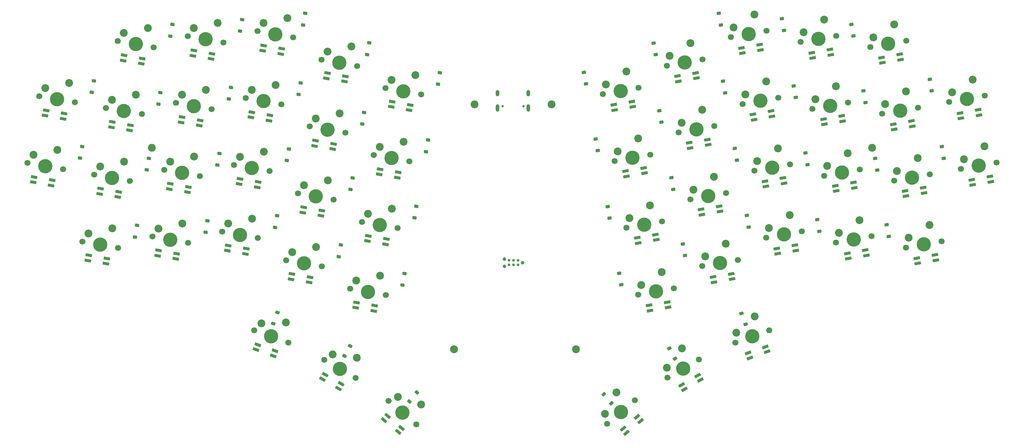
<source format=gbr>
%TF.GenerationSoftware,KiCad,Pcbnew,8.0.5*%
%TF.CreationDate,2024-10-09T17:31:38+02:00*%
%TF.ProjectId,phnx,70686e78-2e6b-4696-9361-645f70636258,A*%
%TF.SameCoordinates,Original*%
%TF.FileFunction,Soldermask,Bot*%
%TF.FilePolarity,Negative*%
%FSLAX46Y46*%
G04 Gerber Fmt 4.6, Leading zero omitted, Abs format (unit mm)*
G04 Created by KiCad (PCBNEW 8.0.5) date 2024-10-09 17:31:38*
%MOMM*%
%LPD*%
G01*
G04 APERTURE LIST*
G04 Aperture macros list*
%AMRoundRect*
0 Rectangle with rounded corners*
0 $1 Rounding radius*
0 $2 $3 $4 $5 $6 $7 $8 $9 X,Y pos of 4 corners*
0 Add a 4 corners polygon primitive as box body*
4,1,4,$2,$3,$4,$5,$6,$7,$8,$9,$2,$3,0*
0 Add four circle primitives for the rounded corners*
1,1,$1+$1,$2,$3*
1,1,$1+$1,$4,$5*
1,1,$1+$1,$6,$7*
1,1,$1+$1,$8,$9*
0 Add four rect primitives between the rounded corners*
20,1,$1+$1,$2,$3,$4,$5,0*
20,1,$1+$1,$4,$5,$6,$7,0*
20,1,$1+$1,$6,$7,$8,$9,0*
20,1,$1+$1,$8,$9,$2,$3,0*%
%AMRotRect*
0 Rectangle, with rotation*
0 The origin of the aperture is its center*
0 $1 length*
0 $2 width*
0 $3 Rotation angle, in degrees counterclockwise*
0 Add horizontal line*
21,1,$1,$2,0,0,$3*%
G04 Aperture macros list end*
%ADD10C,1.700000*%
%ADD11C,4.000000*%
%ADD12C,2.200000*%
%ADD13C,0.650000*%
%ADD14O,1.000000X2.100000*%
%ADD15O,1.000000X1.800000*%
%ADD16RoundRect,0.225000X-0.408374X0.156464X-0.330232X-0.286700X0.408374X-0.156464X0.330232X0.286700X0*%
%ADD17RotRect,1.800000X0.820000X190.000000*%
%ADD18RotRect,1.800000X0.820000X170.000000*%
%ADD19RoundRect,0.225000X-0.330232X0.286700X-0.408374X-0.156464X0.330232X-0.286700X0.408374X0.156464X0*%
%ADD20RoundRect,0.225000X-0.275430X0.339688X-0.429339X-0.083173X0.275430X-0.339688X0.429339X0.083173X0*%
%ADD21RotRect,1.800000X0.820000X210.000000*%
%ADD22RoundRect,0.225000X-0.437260X0.007356X-0.212260X-0.382356X0.437260X-0.007356X0.212260X0.382356X0*%
%ADD23RotRect,1.800000X0.820000X150.000000*%
%ADD24RotRect,1.800000X0.820000X160.000000*%
%ADD25RoundRect,0.225000X-0.212260X0.382356X-0.437260X-0.007356X0.212260X-0.382356X0.437260X0.007356X0*%
%ADD26C,0.990600*%
%ADD27C,0.787400*%
%ADD28RotRect,1.800000X0.820000X140.000000*%
%ADD29RoundRect,0.225000X-0.431894X-0.068685X-0.142639X-0.413405X0.431894X0.068685X0.142639X0.413405X0*%
%ADD30RotRect,1.800000X0.820000X200.000000*%
%ADD31RoundRect,0.225000X-0.142639X0.413405X-0.431894X0.068685X0.142639X-0.413405X0.431894X-0.068685X0*%
%ADD32RotRect,1.800000X0.820000X220.000000*%
%ADD33RoundRect,0.225000X-0.429339X0.083173X-0.275430X-0.339688X0.429339X-0.083173X0.275430X0.339688X0*%
G04 APERTURE END LIST*
D10*
%TO.C,SW452*%
X331351778Y-103065115D03*
D11*
X336354601Y-102182983D03*
D10*
X341357424Y-101300850D03*
D12*
X337973880Y-96739093D03*
X332161417Y-100343171D03*
%TD*%
D10*
%TO.C,SW412*%
X107885949Y-140847432D03*
D11*
X112888773Y-141729565D03*
D10*
X117891596Y-142611698D03*
D12*
X116272317Y-137167808D03*
X109577721Y-138566554D03*
%TD*%
D10*
%TO.C,SW442*%
X271381341Y-170608821D03*
D11*
X276154979Y-168871360D03*
D10*
X280928617Y-167133896D03*
D12*
X276804336Y-163228990D03*
X271706019Y-167787638D03*
%TD*%
D10*
%TO.C,SW420*%
X148715121Y-128702840D03*
D11*
X153717945Y-129584973D03*
D10*
X158720768Y-130467106D03*
D12*
X157101489Y-125023216D03*
X150406893Y-126421962D03*
%TD*%
D10*
%TO.C,SW422*%
X156117345Y-175435441D03*
D11*
X160516755Y-177975440D03*
D10*
X164916164Y-180515441D03*
D12*
X165256459Y-174846032D03*
X158487197Y-173870737D03*
%TD*%
%TO.C,H3*%
X192500000Y-172500000D03*
%TD*%
D10*
%TO.C,SW405*%
X98222353Y-85947817D03*
D11*
X103225177Y-86829950D03*
D10*
X108228000Y-87712083D03*
D12*
X106608721Y-82268193D03*
X99914125Y-83666939D03*
%TD*%
%TO.C,H8*%
X309781140Y-115881315D03*
%TD*%
D10*
%TO.C,SW445*%
X296318245Y-123757754D03*
D11*
X301321068Y-122875622D03*
D10*
X306323891Y-121993489D03*
D12*
X302940347Y-117431732D03*
X297127884Y-121035810D03*
%TD*%
D10*
%TO.C,SW407*%
X91606359Y-123468989D03*
D11*
X96609183Y-124351122D03*
D10*
X101612006Y-125233255D03*
D12*
X99992727Y-119789365D03*
X93298131Y-121188111D03*
%TD*%
D10*
%TO.C,SW441*%
X280038657Y-141136191D03*
D11*
X285041480Y-140254059D03*
D10*
X290044303Y-139371926D03*
D12*
X286660759Y-134810169D03*
X280848296Y-138414247D03*
%TD*%
D10*
%TO.C,SW453*%
X334659778Y-121825700D03*
D11*
X339662601Y-120943568D03*
D10*
X344665424Y-120061435D03*
D12*
X341281880Y-115499678D03*
X335469417Y-119103756D03*
%TD*%
%TO.C,H2*%
X219821100Y-103706644D03*
%TD*%
D10*
%TO.C,SW432*%
X235457086Y-193352897D03*
D11*
X239348590Y-190087537D03*
D10*
X243240096Y-186822176D03*
D12*
X238028982Y-184563351D03*
X234797281Y-190590806D03*
%TD*%
D10*
%TO.C,SW402*%
X76159684Y-101401188D03*
D11*
X81162508Y-102283321D03*
D10*
X86165331Y-103165454D03*
D12*
X84546052Y-97721564D03*
X77851456Y-99120310D03*
%TD*%
%TO.C,H4*%
X226726000Y-172500000D03*
%TD*%
D10*
%TO.C,SW446*%
X299626243Y-142518343D03*
D11*
X304629066Y-141636211D03*
D10*
X309631889Y-140754078D03*
D12*
X306248345Y-136192321D03*
X300435882Y-139796399D03*
%TD*%
D10*
%TO.C,SW433*%
X252181074Y-92852574D03*
D11*
X257183897Y-91970442D03*
D10*
X262186720Y-91088309D03*
D12*
X258803176Y-86526552D03*
X252990713Y-90130630D03*
%TD*%
D10*
%TO.C,SW428*%
X234247486Y-100850718D03*
D11*
X239250309Y-99968586D03*
D10*
X244253132Y-99086453D03*
D12*
X240869588Y-94524696D03*
X235057125Y-98128774D03*
%TD*%
D10*
%TO.C,SW424*%
X169956706Y-117940395D03*
D11*
X174959530Y-118822528D03*
D10*
X179962353Y-119704661D03*
D12*
X178343074Y-114260771D03*
X171648478Y-115659517D03*
%TD*%
D10*
%TO.C,SW416*%
X127473535Y-139465281D03*
D11*
X132476359Y-140347414D03*
D10*
X137479182Y-141229547D03*
D12*
X135859903Y-135785657D03*
X129165307Y-137184403D03*
%TD*%
D10*
%TO.C,SW443*%
X289702250Y-86236580D03*
D11*
X294705073Y-85354448D03*
D10*
X299707896Y-84472315D03*
D12*
X296324352Y-79910558D03*
X290511889Y-83514636D03*
%TD*%
D10*
%TO.C,SW437*%
X252393756Y-180429480D03*
D11*
X256793164Y-177889481D03*
D10*
X261192573Y-175349480D03*
D12*
X256452869Y-172220072D03*
X252223608Y-177594777D03*
%TD*%
D10*
%TO.C,SW403*%
X72851686Y-120161779D03*
D11*
X77854510Y-121043912D03*
D10*
X82857333Y-121926045D03*
D12*
X81238054Y-116482155D03*
X74543458Y-117880901D03*
%TD*%
D10*
%TO.C,SW406*%
X94914355Y-104708404D03*
D11*
X99917179Y-105590537D03*
D10*
X104920002Y-106472670D03*
D12*
X103300723Y-101028780D03*
X96606127Y-102427526D03*
%TD*%
D10*
%TO.C,SW447*%
X309289836Y-87618727D03*
D11*
X314292659Y-86736595D03*
D10*
X319295482Y-85854462D03*
D12*
X315911938Y-81292705D03*
X310099475Y-84896783D03*
%TD*%
D10*
%TO.C,SW440*%
X276730659Y-122375605D03*
D11*
X281733482Y-121493473D03*
D10*
X286736305Y-120611340D03*
D12*
X283352761Y-116049583D03*
X277540298Y-119653661D03*
%TD*%
D10*
%TO.C,SW450*%
X319213830Y-143900491D03*
D11*
X324216653Y-143018359D03*
D10*
X329219476Y-142136226D03*
D12*
X325835932Y-137574469D03*
X320023469Y-141178547D03*
%TD*%
D10*
%TO.C,SW444*%
X293010247Y-104997164D03*
D11*
X298013070Y-104115032D03*
D10*
X303015893Y-103232899D03*
D12*
X299632349Y-98671142D03*
X293819886Y-102275220D03*
%TD*%
D10*
%TO.C,SW429*%
X237555484Y-119611307D03*
D11*
X242558307Y-118729175D03*
D10*
X247561130Y-117847042D03*
D12*
X244177586Y-113285285D03*
X238365123Y-116889363D03*
%TD*%
D10*
%TO.C,SW439*%
X273422661Y-103615017D03*
D11*
X278425484Y-102732885D03*
D10*
X283428307Y-101850752D03*
D12*
X280044763Y-97288995D03*
X274232300Y-100893073D03*
%TD*%
D10*
%TO.C,SW436*%
X262105068Y-149134336D03*
D11*
X267107891Y-148252204D03*
D10*
X272110714Y-147370071D03*
D12*
X268727170Y-142808314D03*
X262914707Y-146412392D03*
%TD*%
D10*
%TO.C,SW417*%
X136453363Y-167102438D03*
D11*
X141227002Y-168839899D03*
D10*
X146000640Y-170577363D03*
D12*
X145351283Y-164934993D03*
X138515503Y-165149985D03*
%TD*%
D10*
%TO.C,SW414*%
X134089532Y-101944105D03*
D11*
X139092356Y-102826238D03*
D10*
X144095179Y-103708371D03*
D12*
X142475900Y-98264481D03*
X135781304Y-99663227D03*
%TD*%
D10*
%TO.C,SW438*%
X270114663Y-84854428D03*
D11*
X275117486Y-83972296D03*
D10*
X280120309Y-83090163D03*
D12*
X276736765Y-78528406D03*
X270924302Y-82132484D03*
%TD*%
%TO.C,H6*%
X107723736Y-115881315D03*
%TD*%
D10*
%TO.C,SW434*%
X255489072Y-111613162D03*
D11*
X260491895Y-110731030D03*
D10*
X265494718Y-109848897D03*
D12*
X262111174Y-105287140D03*
X256298711Y-108891218D03*
%TD*%
D10*
%TO.C,SW430*%
X240863482Y-138371893D03*
D11*
X245866305Y-137489761D03*
D10*
X250869128Y-136607628D03*
D12*
X247485584Y-132045871D03*
X241673121Y-135649949D03*
%TD*%
%TO.C,H1*%
X198271100Y-103706644D03*
%TD*%
D10*
%TO.C,SW421*%
X145407122Y-147463426D03*
D11*
X150409946Y-148345559D03*
D10*
X155412769Y-149227692D03*
D12*
X153793490Y-143783802D03*
X147098894Y-145182548D03*
%TD*%
D10*
%TO.C,SW411*%
X111193945Y-122086841D03*
D11*
X116196769Y-122968974D03*
D10*
X121199592Y-123851107D03*
D12*
X119580313Y-118407217D03*
X112885717Y-119805963D03*
%TD*%
D10*
%TO.C,SW427*%
X174166766Y-186982576D03*
D11*
X178058272Y-190247937D03*
D10*
X181949778Y-193513298D03*
D12*
X183269386Y-187989112D03*
X176772322Y-185853164D03*
%TD*%
D10*
%TO.C,SW448*%
X312597834Y-106379316D03*
D11*
X317600657Y-105497184D03*
D10*
X322603480Y-104615051D03*
D12*
X319219936Y-100053294D03*
X313407473Y-103657372D03*
%TD*%
D10*
%TO.C,SW431*%
X244171480Y-157132481D03*
D11*
X249174303Y-156250349D03*
D10*
X254177126Y-155368216D03*
D12*
X250793582Y-150806459D03*
X244981119Y-154410537D03*
%TD*%
D10*
%TO.C,SW408*%
X88298362Y-142229579D03*
D11*
X93301186Y-143111712D03*
D10*
X98304009Y-143993845D03*
D12*
X96684730Y-138549955D03*
X89990134Y-139948701D03*
%TD*%
D10*
%TO.C,SW435*%
X258797070Y-130373748D03*
D11*
X263799893Y-129491616D03*
D10*
X268802716Y-128609483D03*
D12*
X265419172Y-124047726D03*
X259606709Y-127651804D03*
%TD*%
D10*
%TO.C,SW410*%
X114501942Y-103326255D03*
D11*
X119504766Y-104208388D03*
D10*
X124507589Y-105090521D03*
D12*
X122888310Y-99646631D03*
X116193714Y-101045377D03*
%TD*%
D10*
%TO.C,SW409*%
X117809940Y-84565668D03*
D11*
X122812764Y-85447801D03*
D10*
X127815587Y-86329934D03*
D12*
X126196308Y-80886044D03*
X119501712Y-82284790D03*
%TD*%
D10*
%TO.C,SW423*%
X173264705Y-99179806D03*
D11*
X178267529Y-100061939D03*
D10*
X183270352Y-100944072D03*
D12*
X181651073Y-95500182D03*
X174956477Y-96898928D03*
%TD*%
D10*
%TO.C,SW418*%
X155331117Y-91181662D03*
D11*
X160333941Y-92063795D03*
D10*
X165336764Y-92945928D03*
D12*
X163717485Y-87502038D03*
X157022889Y-88900784D03*
%TD*%
D10*
%TO.C,SW413*%
X137397527Y-83183518D03*
D11*
X142400351Y-84065651D03*
D10*
X147403174Y-84947784D03*
D12*
X145783895Y-79503894D03*
X139089299Y-80902640D03*
%TD*%
D10*
%TO.C,SW425*%
X166648708Y-136700982D03*
D11*
X171651532Y-137583115D03*
D10*
X176654355Y-138465248D03*
D12*
X175035076Y-133021358D03*
X168340480Y-134420104D03*
%TD*%
D10*
%TO.C,SW426*%
X163340712Y-155461570D03*
D11*
X168343536Y-156343703D03*
D10*
X173346359Y-157225836D03*
D12*
X171727080Y-151781946D03*
X165032484Y-153180692D03*
%TD*%
D10*
%TO.C,SW449*%
X315905832Y-125139902D03*
D11*
X320908655Y-124257770D03*
D10*
X325911478Y-123375637D03*
D12*
X322527934Y-118813880D03*
X316715471Y-122417958D03*
%TD*%
D13*
%TO.C,J1*%
X211936100Y-104231644D03*
X206156100Y-104231644D03*
D14*
X213366100Y-104731644D03*
D15*
X213366100Y-100551644D03*
D14*
X204726100Y-104731644D03*
D15*
X204726100Y-100551644D03*
%TD*%
D10*
%TO.C,SW415*%
X130781534Y-120704693D03*
D11*
X135784358Y-121586826D03*
D10*
X140787181Y-122468959D03*
D12*
X139167902Y-117025069D03*
X132473306Y-118423815D03*
%TD*%
D10*
%TO.C,SW419*%
X152023119Y-109942249D03*
D11*
X157025943Y-110824382D03*
D10*
X162028766Y-111706515D03*
D12*
X160409487Y-106262625D03*
X153714891Y-107661371D03*
%TD*%
D16*
%TO.C,D429*%
X232214762Y-113437418D03*
X232787800Y-116687284D03*
%TD*%
D17*
%TO.C,D536*%
X265115042Y-152167744D03*
X265375514Y-153644956D03*
X270447274Y-152750668D03*
X270186802Y-151273456D03*
%TD*%
D18*
%TO.C,D521*%
X147042981Y-151316019D03*
X146782509Y-152793231D03*
X151854269Y-153687519D03*
X152114741Y-152210307D03*
%TD*%
D19*
%TO.C,D415*%
X146196683Y-116236116D03*
X145623645Y-119485982D03*
%TD*%
D16*
%TO.C,D448*%
X307313049Y-99946785D03*
X307886087Y-103196651D03*
%TD*%
D18*
%TO.C,D510*%
X116218915Y-107294692D03*
X115958443Y-108771904D03*
X121030203Y-109666192D03*
X121290675Y-108188980D03*
%TD*%
D20*
%TO.C,D417*%
X142946662Y-162141602D03*
X141817996Y-165242588D03*
%TD*%
D16*
%TO.C,D428*%
X228915447Y-94726070D03*
X229488485Y-97975936D03*
%TD*%
D21*
%TO.C,D537*%
X256359693Y-182423682D03*
X257109693Y-183722720D03*
X261569723Y-181147720D03*
X260819723Y-179848682D03*
%TD*%
D17*
%TO.C,D541*%
X283001560Y-144190592D03*
X283262032Y-145667804D03*
X288333792Y-144773516D03*
X288073320Y-143296304D03*
%TD*%
D19*
%TO.C,D403*%
X88214683Y-115557078D03*
X87641645Y-118806944D03*
%TD*%
D16*
%TO.C,D436*%
X256699911Y-142882961D03*
X257272949Y-146132827D03*
%TD*%
D17*
%TO.C,D548*%
X315691181Y-109309669D03*
X315951653Y-110786881D03*
X321023413Y-109892593D03*
X320762941Y-108415381D03*
%TD*%
D19*
%TO.C,D413*%
X150752603Y-78175480D03*
X150179565Y-81425346D03*
%TD*%
D17*
%TO.C,D531*%
X247228523Y-160144897D03*
X247488995Y-161622109D03*
X252560755Y-160727821D03*
X252300283Y-159250609D03*
%TD*%
D16*
%TO.C,D435*%
X253427511Y-124324260D03*
X254000549Y-127574126D03*
%TD*%
%TO.C,D445*%
X291093554Y-117378090D03*
X291666592Y-120627956D03*
%TD*%
%TO.C,D443*%
X284451512Y-79709193D03*
X285024550Y-82959059D03*
%TD*%
D17*
%TO.C,D553*%
X337700883Y-124891699D03*
X337961355Y-126368911D03*
X343033115Y-125474623D03*
X342772643Y-123997411D03*
%TD*%
D22*
%TO.C,D437*%
X252854196Y-172201983D03*
X254504196Y-175059867D03*
%TD*%
D17*
%TO.C,D552*%
X334401567Y-106180350D03*
X334662039Y-107657562D03*
X339733799Y-106763274D03*
X339473327Y-105286062D03*
%TD*%
D18*
%TO.C,D509*%
X119518231Y-88583346D03*
X119257759Y-90060558D03*
X124329519Y-90954846D03*
X124589991Y-89477634D03*
%TD*%
D17*
%TO.C,D547*%
X312391864Y-90598321D03*
X312652336Y-92075533D03*
X317724096Y-91181245D03*
X317463624Y-89704033D03*
%TD*%
%TO.C,D535*%
X261772314Y-133210196D03*
X262032786Y-134687408D03*
X267104546Y-133793120D03*
X266844074Y-132315908D03*
%TD*%
D19*
%TO.C,D414*%
X149469951Y-97672491D03*
X148896913Y-100922357D03*
%TD*%
%TO.C,D406*%
X110151396Y-100386124D03*
X109578358Y-103635990D03*
%TD*%
D16*
%TO.C,D447*%
X303964494Y-81244117D03*
X304537532Y-84493983D03*
%TD*%
D19*
%TO.C,D416*%
X142889552Y-134991784D03*
X142316514Y-138241650D03*
%TD*%
D23*
%TO.C,D522*%
X156361883Y-179571888D03*
X155611883Y-180870926D03*
X160071913Y-183445926D03*
X160821913Y-182146888D03*
%TD*%
D18*
%TO.C,D507*%
X93383423Y-127384564D03*
X93122951Y-128861776D03*
X98194711Y-129756064D03*
X98455183Y-128278852D03*
%TD*%
D19*
%TO.C,D425*%
X181943674Y-132338144D03*
X181370636Y-135588010D03*
%TD*%
D18*
%TO.C,D505*%
X99982056Y-89961866D03*
X99721584Y-91439078D03*
X104793344Y-92333366D03*
X105053816Y-90856154D03*
%TD*%
D19*
%TO.C,D411*%
X126677873Y-117516159D03*
X126104835Y-120766025D03*
%TD*%
D17*
%TO.C,D538*%
X273073311Y-87884690D03*
X273333783Y-89361902D03*
X278405543Y-88467614D03*
X278145071Y-86990402D03*
%TD*%
D16*
%TO.C,D453*%
X329285752Y-115606914D03*
X329858790Y-118856780D03*
%TD*%
D24*
%TO.C,D517*%
X137455184Y-171162425D03*
X136942153Y-172571965D03*
X141781570Y-174333367D03*
X142294601Y-172923827D03*
%TD*%
D16*
%TO.C,D446*%
X294392870Y-136089437D03*
X294965908Y-139339303D03*
%TD*%
D18*
%TO.C,D511*%
X112919600Y-126006041D03*
X112659128Y-127483253D03*
X117730888Y-128377541D03*
X117991360Y-126900329D03*
%TD*%
D16*
%TO.C,D444*%
X287768191Y-98519023D03*
X288341229Y-101768889D03*
%TD*%
D19*
%TO.C,D410*%
X129952008Y-98947609D03*
X129378970Y-102197475D03*
%TD*%
D17*
%TO.C,D533*%
X255173684Y-95787500D03*
X255434156Y-97264712D03*
X260505916Y-96370424D03*
X260245444Y-94893212D03*
%TD*%
D19*
%TO.C,D408*%
X103570999Y-137705412D03*
X102997961Y-140955278D03*
%TD*%
D18*
%TO.C,D506*%
X96682741Y-108673215D03*
X96422269Y-110150427D03*
X101494029Y-111044715D03*
X101754501Y-109567503D03*
%TD*%
%TO.C,D524*%
X171774331Y-121913886D03*
X171513859Y-123391098D03*
X176585619Y-124285386D03*
X176846091Y-122808174D03*
%TD*%
%TO.C,D518*%
X156984338Y-94935775D03*
X156723866Y-96412987D03*
X161795626Y-97307275D03*
X162056098Y-95830063D03*
%TD*%
D19*
%TO.C,D405*%
X113512358Y-81325169D03*
X112939320Y-84575035D03*
%TD*%
D17*
%TO.C,D549*%
X318990496Y-128021018D03*
X319250968Y-129498230D03*
X324322728Y-128603942D03*
X324062256Y-127126730D03*
%TD*%
D25*
%TO.C,D422*%
X163408884Y-171516120D03*
X161758884Y-174374004D03*
%TD*%
D19*
%TO.C,D426*%
X178619178Y-151192289D03*
X178046140Y-154442155D03*
%TD*%
%TO.C,D407*%
X106895495Y-118851268D03*
X106322457Y-122101134D03*
%TD*%
D26*
%TO.C,J3*%
X211750000Y-148135000D03*
X206670000Y-149151000D03*
X206670000Y-147119000D03*
D27*
X210480000Y-148770000D03*
X210480000Y-147500000D03*
X209210000Y-148770000D03*
X209210000Y-147500000D03*
X207940000Y-148770000D03*
X207940000Y-147500000D03*
%TD*%
D18*
%TO.C,D514*%
X135755091Y-105916172D03*
X135494619Y-107393384D03*
X140566379Y-108287672D03*
X140826851Y-106810460D03*
%TD*%
D17*
%TO.C,D543*%
X292855689Y-89219801D03*
X293116161Y-90697013D03*
X298187921Y-89802725D03*
X297927449Y-88325513D03*
%TD*%
D28*
%TO.C,D527*%
X173850545Y-191217627D03*
X172886364Y-192366693D03*
X176831493Y-195677049D03*
X177795674Y-194527983D03*
%TD*%
D19*
%TO.C,D402*%
X91470584Y-97091934D03*
X90897546Y-100341800D03*
%TD*%
%TO.C,D412*%
X123353378Y-136370301D03*
X122780340Y-139620167D03*
%TD*%
D18*
%TO.C,D503*%
X74702612Y-124090373D03*
X74442140Y-125567585D03*
X79513900Y-126461873D03*
X79774372Y-124984661D03*
%TD*%
D16*
%TO.C,D440*%
X271270618Y-116100903D03*
X271843656Y-119350769D03*
%TD*%
%TO.C,D434*%
X250101280Y-105460264D03*
X250674318Y-108710130D03*
%TD*%
D18*
%TO.C,D515*%
X132455777Y-124627517D03*
X132195305Y-126104729D03*
X137267065Y-126999017D03*
X137527537Y-125521805D03*
%TD*%
%TO.C,D523*%
X175117057Y-102956341D03*
X174856585Y-104433553D03*
X179928345Y-105327841D03*
X180188817Y-103850629D03*
%TD*%
D19*
%TO.C,D419*%
X167295693Y-105994325D03*
X166722655Y-109244191D03*
%TD*%
D18*
%TO.C,D525*%
X168475017Y-140625236D03*
X168214545Y-142102448D03*
X173286305Y-142996736D03*
X173546777Y-141519524D03*
%TD*%
D29*
%TO.C,D432*%
X234512107Y-185128729D03*
X236633307Y-187656675D03*
%TD*%
D17*
%TO.C,D550*%
X322320116Y-146904223D03*
X322580588Y-148381435D03*
X327652348Y-147487147D03*
X327391876Y-146009935D03*
%TD*%
D18*
%TO.C,D516*%
X129156460Y-143338867D03*
X128895988Y-144816079D03*
X133967748Y-145710367D03*
X134228220Y-144233155D03*
%TD*%
D30*
%TO.C,D542*%
X274983532Y-173525174D03*
X275496563Y-174934714D03*
X280335980Y-173173312D03*
X279822949Y-171763772D03*
%TD*%
D17*
%TO.C,D529*%
X240586480Y-122476001D03*
X240846952Y-123953213D03*
X245918712Y-123058925D03*
X245658240Y-121581713D03*
%TD*%
D19*
%TO.C,D418*%
X168673292Y-86472555D03*
X168100254Y-89722421D03*
%TD*%
D17*
%TO.C,D546*%
X302783938Y-145525703D03*
X303044410Y-147002915D03*
X308116170Y-146108627D03*
X307855698Y-144631415D03*
%TD*%
D16*
%TO.C,D441*%
X274586430Y-134905808D03*
X275159468Y-138155674D03*
%TD*%
D31*
%TO.C,D427*%
X182096156Y-184619019D03*
X179974954Y-187146965D03*
%TD*%
D32*
%TO.C,D532*%
X239900024Y-194777927D03*
X240864205Y-195926993D03*
X244809334Y-192616637D03*
X243845153Y-191467571D03*
%TD*%
D16*
%TO.C,D433*%
X248500000Y-86500000D03*
X249073038Y-89749866D03*
%TD*%
D18*
%TO.C,D508*%
X90084109Y-146095907D03*
X89823637Y-147573119D03*
X94895397Y-148467407D03*
X95155869Y-146990195D03*
%TD*%
D17*
%TO.C,D530*%
X243885796Y-141187347D03*
X244146268Y-142664559D03*
X249218028Y-141770271D03*
X248957556Y-140293059D03*
%TD*%
D18*
%TO.C,D519*%
X153641609Y-113893326D03*
X153381137Y-115370538D03*
X158452897Y-116264826D03*
X158713369Y-114787614D03*
%TD*%
D16*
%TO.C,D438*%
X266760780Y-78169077D03*
X267333818Y-81418943D03*
%TD*%
D18*
%TO.C,D526*%
X165175699Y-159336585D03*
X164915227Y-160813797D03*
X169986987Y-161708085D03*
X170247459Y-160230873D03*
%TD*%
D17*
%TO.C,D544*%
X296141896Y-107856805D03*
X296402368Y-109334017D03*
X301474128Y-108439729D03*
X301213656Y-106962517D03*
%TD*%
D18*
%TO.C,D512*%
X109620284Y-144717389D03*
X109359812Y-146194601D03*
X114431572Y-147088889D03*
X114692044Y-145611677D03*
%TD*%
%TO.C,D502*%
X78075789Y-105392046D03*
X77815317Y-106869258D03*
X82887077Y-107763546D03*
X83147549Y-106286334D03*
%TD*%
D16*
%TO.C,D450*%
X313839247Y-137534565D03*
X314412285Y-140784431D03*
%TD*%
D17*
%TO.C,D539*%
X276359517Y-106521697D03*
X276619989Y-107998909D03*
X281691749Y-107104621D03*
X281431277Y-105627409D03*
%TD*%
D18*
%TO.C,D513*%
X139054407Y-87204825D03*
X138793935Y-88682037D03*
X143865695Y-89576325D03*
X144126167Y-88099113D03*
%TD*%
D33*
%TO.C,D442*%
X273135260Y-162380199D03*
X274263926Y-165481185D03*
%TD*%
D16*
%TO.C,D431*%
X238856804Y-151106313D03*
X239429842Y-154356179D03*
%TD*%
D18*
%TO.C,D520*%
X150342295Y-132604670D03*
X150081823Y-134081882D03*
X155153583Y-134976170D03*
X155414055Y-133498958D03*
%TD*%
D17*
%TO.C,D534*%
X258472998Y-114498848D03*
X258733470Y-115976060D03*
X263805230Y-115081772D03*
X263544758Y-113604560D03*
%TD*%
D19*
%TO.C,D424*%
X185225623Y-113725277D03*
X184652585Y-116975143D03*
%TD*%
%TO.C,D420*%
X164057153Y-124360992D03*
X163484115Y-127610858D03*
%TD*%
%TO.C,D421*%
X160732659Y-143215135D03*
X160159621Y-146465001D03*
%TD*%
D17*
%TO.C,D528*%
X237300274Y-103838996D03*
X237560746Y-105316208D03*
X242632506Y-104421920D03*
X242372034Y-102944708D03*
%TD*%
%TO.C,D545*%
X299441211Y-126568152D03*
X299701683Y-128045364D03*
X304773443Y-127151076D03*
X304512971Y-125673864D03*
%TD*%
D16*
%TO.C,D449*%
X310605669Y-118908092D03*
X311178707Y-122157958D03*
%TD*%
D19*
%TO.C,D423*%
X188560537Y-94812044D03*
X187987499Y-98061910D03*
%TD*%
%TO.C,D409*%
X133056348Y-79902331D03*
X132483310Y-83152197D03*
%TD*%
D16*
%TO.C,D439*%
X267945255Y-97241836D03*
X268518293Y-100491702D03*
%TD*%
%TO.C,D452*%
X325894652Y-96662969D03*
X326467690Y-99912835D03*
%TD*%
%TO.C,D430*%
X235557490Y-132394966D03*
X236130528Y-135644832D03*
%TD*%
D17*
%TO.C,D540*%
X279671944Y-125307386D03*
X279932416Y-126784598D03*
X285004176Y-125890310D03*
X284743704Y-124413098D03*
%TD*%
M02*

</source>
